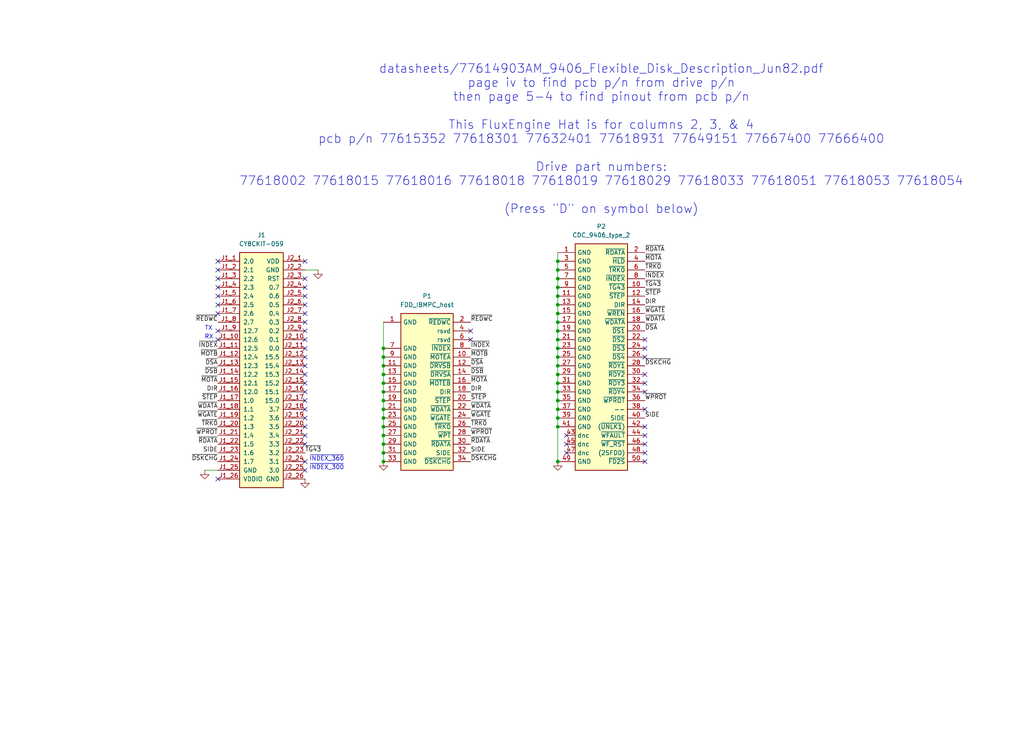
<source format=kicad_sch>
(kicad_sch (version 20231120) (generator "eeschema") (generator_version "8.0")
  (paper "User" 298.45 217.322)
  (title_block (title "FluxEngine_Hat for PC and CDC-9406 cfg 2") (date "2024-04-24") (rev "001") (company "Brian K. White - b.kenyon.w@gmail.com") (comment 1 "CC BY-SA") (comment 2 "github.com/bkw777/FluxEngine_Kit"))
  (lib_symbols
    (symbol "000_LOCAL:CY8CKIT-059" (pin_names (offset 1.016))
      (property "Reference" "J" (at 0 34.29 0))
      (property "Value" "CY8CKIT-059" (at 0 -37.084 0))
      (symbol "CY8CKIT-059_1_1"
        (rectangle (start -6.35 33.02) (end 6.35 -35.56) (stroke (width 0.254)) (fill (type background)))
        (pin passive line (at -12.7 30.48 0) (length 6.35) (name "2.0") (number "J1_1"))
        (pin passive line (at -12.7 7.62 0) (length 6.35) (name "12.6") (number "J1_10"))
        (pin passive line (at -12.7 5.08 0) (length 6.35) (name "12.5") (number "J1_11"))
        (pin passive line (at -12.7 2.54 0) (length 6.35) (name "12.4") (number "J1_12"))
        (pin passive line (at -12.7 0 0) (length 6.35) (name "12.3") (number "J1_13"))
        (pin passive line (at -12.7 -2.54 0) (length 6.35) (name "12.2") (number "J1_14"))
        (pin passive line (at -12.7 -5.08 0) (length 6.35) (name "12.1") (number "J1_15"))
        (pin passive line (at -12.7 -7.62 0) (length 6.35) (name "12.0") (number "J1_16"))
        (pin passive line (at -12.7 -10.16 0) (length 6.35) (name "1.0") (number "J1_17"))
        (pin passive line (at -12.7 -12.7 0) (length 6.35) (name "1.1") (number "J1_18"))
        (pin passive line (at -12.7 -15.24 0) (length 6.35) (name "1.2") (number "J1_19"))
        (pin passive line (at -12.7 27.94 0) (length 6.35) (name "2.1") (number "J1_2"))
        (pin passive line (at -12.7 -17.78 0) (length 6.35) (name "1.3") (number "J1_20"))
        (pin passive line (at -12.7 -20.32 0) (length 6.35) (name "1.4") (number "J1_21"))
        (pin passive line (at -12.7 -22.86 0) (length 6.35) (name "1.5") (number "J1_22"))
        (pin passive line (at -12.7 -25.4 0) (length 6.35) (name "1.6") (number "J1_23"))
        (pin passive line (at -12.7 -27.94 0) (length 6.35) (name "1.7") (number "J1_24"))
        (pin passive line (at -12.7 -30.48 0) (length 6.35) (name "GND") (number "J1_25"))
        (pin passive line (at -12.7 -33.02 0) (length 6.35) (name "VDDIO") (number "J1_26"))
        (pin passive line (at -12.7 25.4 0) (length 6.35) (name "2.2") (number "J1_3"))
        (pin passive line (at -12.7 22.86 0) (length 6.35) (name "2.3") (number "J1_4"))
        (pin passive line (at -12.7 20.32 0) (length 6.35) (name "2.4") (number "J1_5"))
        (pin passive line (at -12.7 17.78 0) (length 6.35) (name "2.5") (number "J1_6"))
        (pin passive line (at -12.7 15.24 0) (length 6.35) (name "2.6") (number "J1_7"))
        (pin passive line (at -12.7 12.7 0) (length 6.35) (name "2.7") (number "J1_8"))
        (pin passive line (at -12.7 10.16 0) (length 6.35) (name "12.7") (number "J1_9"))
        (pin passive line (at 12.7 30.48 180) (length 6.35) (name "VDD") (number "J2_1"))
        (pin passive line (at 12.7 7.62 180) (length 6.35) (name "0.1") (number "J2_10"))
        (pin passive line (at 12.7 5.08 180) (length 6.35) (name "0.0") (number "J2_11"))
        (pin passive line (at 12.7 2.54 180) (length 6.35) (name "15.5") (number "J2_12"))
        (pin passive line (at 12.7 0 180) (length 6.35) (name "15.4") (number "J2_13"))
        (pin passive line (at 12.7 -2.54 180) (length 6.35) (name "15.3") (number "J2_14"))
        (pin passive line (at 12.7 -5.08 180) (length 6.35) (name "15.2") (number "J2_15"))
        (pin passive line (at 12.7 -7.62 180) (length 6.35) (name "15.1") (number "J2_16"))
        (pin passive line (at 12.7 -10.16 180) (length 6.35) (name "15.0") (number "J2_17"))
        (pin passive line (at 12.7 -12.7 180) (length 6.35) (name "3.7") (number "J2_18"))
        (pin passive line (at 12.7 -15.24 180) (length 6.35) (name "3.6") (number "J2_19"))
        (pin passive line (at 12.7 27.94 180) (length 6.35) (name "GND") (number "J2_2"))
        (pin passive line (at 12.7 -17.78 180) (length 6.35) (name "3.5") (number "J2_20"))
        (pin passive line (at 12.7 -20.32 180) (length 6.35) (name "3.4") (number "J2_21"))
        (pin passive line (at 12.7 -22.86 180) (length 6.35) (name "3.3") (number "J2_22"))
        (pin passive line (at 12.7 -25.4 180) (length 6.35) (name "3.2") (number "J2_23"))
        (pin passive line (at 12.7 -27.94 180) (length 6.35) (name "3.1") (number "J2_24"))
        (pin passive line (at 12.7 -30.48 180) (length 6.35) (name "3.0") (number "J2_25"))
        (pin passive line (at 12.7 -33.02 180) (length 6.35) (name "GND") (number "J2_26"))
        (pin passive line (at 12.7 25.4 180) (length 6.35) (name "RST") (number "J2_3"))
        (pin passive line (at 12.7 22.86 180) (length 6.35) (name "0.7") (number "J2_4"))
        (pin passive line (at 12.7 20.32 180) (length 6.35) (name "0.6") (number "J2_5"))
        (pin passive line (at 12.7 17.78 180) (length 6.35) (name "0.5") (number "J2_6"))
        (pin passive line (at 12.7 15.24 180) (length 6.35) (name "0.4") (number "J2_7"))
        (pin passive line (at 12.7 12.7 180) (length 6.35) (name "0.3") (number "J2_8"))
        (pin passive line (at 12.7 10.16 180) (length 6.35) (name "0.2") (number "J2_9"))
      )
    )
    (symbol "000_LOCAL:FDD_CDC_9406_pinout_2" (pin_names (offset 0.635))
      (property "Reference" "J" (at 0 31.75 0))
      (property "Value" "FDD_CDC_9406_pinout_2" (at 0 -37.084 0))
      (symbol "FDD_CDC_9406_pinout_2_1_1"
        (rectangle (start -7.62 30.48) (end 7.62 -35.56) (stroke (width 0.254)) (fill (type background)))
        (pin passive line (at -12.7 27.94 0) (length 5.08) (name "GND") (number "1"))
        (pin passive line (at 12.7 17.78 180) (length 5.08) (name "~{TG43}") (number "10"))
        (pin passive line (at -12.7 15.24 0) (length 5.08) (name "GND") (number "11"))
        (pin passive line (at 12.7 15.24 180) (length 5.08) (name "~{STEP}") (number "12"))
        (pin passive line (at -12.7 12.7 0) (length 5.08) (name "GND") (number "13"))
        (pin passive line (at 12.7 12.7 180) (length 5.08) (name "DIR") (number "14"))
        (pin passive line (at -12.7 10.16 0) (length 5.08) (name "GND") (number "15"))
        (pin passive line (at 12.7 10.16 180) (length 5.08) (name "~{WREN}") (number "16"))
        (pin passive line (at -12.7 7.62 0) (length 5.08) (name "GND") (number "17"))
        (pin passive line (at 12.7 7.62 180) (length 5.08) (name "~{WDATA}") (number "18"))
        (pin passive line (at -12.7 5.08 0) (length 5.08) (name "GND") (number "19"))
        (pin passive line (at 12.7 27.94 180) (length 5.08) (name "~{RDATA}") (number "2"))
        (pin passive line (at 12.7 5.08 180) (length 5.08) (name "~{DS1}") (number "20"))
        (pin passive line (at -12.7 2.54 0) (length 5.08) (name "GND") (number "21"))
        (pin passive line (at 12.7 2.54 180) (length 5.08) (name "~{DS2}") (number "22"))
        (pin passive line (at -12.7 0 0) (length 5.08) (name "GND") (number "23"))
        (pin passive line (at 12.7 0 180) (length 5.08) (name "~{DS3}") (number "24"))
        (pin passive line (at -12.7 -2.54 0) (length 5.08) (name "GND") (number "25"))
        (pin passive line (at 12.7 -2.54 180) (length 5.08) (name "~{DS4}") (number "26"))
        (pin passive line (at -12.7 -5.08 0) (length 5.08) (name "GND") (number "27"))
        (pin passive line (at 12.7 -5.08 180) (length 5.08) (name "~{RDY1}") (number "28"))
        (pin passive line (at -12.7 -7.62 0) (length 5.08) (name "GND") (number "29"))
        (pin passive line (at -12.7 25.4 0) (length 5.08) (name "GND") (number "3"))
        (pin passive line (at 12.7 -7.62 180) (length 5.08) (name "~{RDY2}") (number "30"))
        (pin passive line (at -12.7 -10.16 0) (length 5.08) (name "GND") (number "31"))
        (pin passive line (at 12.7 -10.16 180) (length 5.08) (name "~{RDY3}") (number "32"))
        (pin passive line (at -12.7 -12.7 0) (length 5.08) (name "GND") (number "33"))
        (pin passive line (at 12.7 -12.7 180) (length 5.08) (name "~{RDY4}") (number "34"))
        (pin passive line (at -12.7 -15.24 0) (length 5.08) (name "GND") (number "35"))
        (pin passive line (at 12.7 -15.24 180) (length 5.08) (name "~{WPROT}") (number "36"))
        (pin passive line (at -12.7 -17.78 0) (length 5.08) (name "GND") (number "37"))
        (pin passive line (at 12.7 -17.78 180) (length 5.08) (name "--") (number "38"))
        (pin passive line (at -12.7 -20.32 0) (length 5.08) (name "GND") (number "39"))
        (pin passive line (at 12.7 25.4 180) (length 5.08) (name "~{HLD}") (number "4"))
        (pin passive line (at 12.7 -20.32 180) (length 5.08) (name "SIDE") (number "40"))
        (pin passive line (at -12.7 -22.86 0) (length 5.08) (name "GND") (number "41"))
        (pin passive line (at 12.7 -22.86 180) (length 5.08) (name "(~{UNLK1})") (number "42"))
        (pin passive line (at -10.16 -25.4 0) (length 2.54) (name "dnc") (number "43"))
        (pin passive line (at 12.7 -25.4 180) (length 5.08) (name "~{WFAULT}") (number "44"))
        (pin passive line (at -10.16 -27.94 0) (length 2.54) (name "dnc") (number "45"))
        (pin passive line (at 12.7 -27.94 180) (length 5.08) (name "~{WF_RST}") (number "46"))
        (pin passive line (at -10.16 -30.48 0) (length 2.54) (name "dnc") (number "47"))
        (pin passive line (at 12.7 -30.48 180) (length 5.08) (name "(2SFDD)") (number "48"))
        (pin passive line (at -12.7 -33.02 0) (length 5.08) (name "GND") (number "49"))
        (pin passive line (at -12.7 22.86 0) (length 5.08) (name "GND") (number "5"))
        (pin passive line (at 12.7 -33.02 180) (length 5.08) (name "~{FD2S}") (number "50"))
        (pin passive line (at 12.7 22.86 180) (length 5.08) (name "~{TRK0}") (number "6"))
        (pin passive line (at -12.7 20.32 0) (length 5.08) (name "GND") (number "7"))
        (pin passive line (at 12.7 20.32 180) (length 5.08) (name "~{INDEX}") (number "8"))
        (pin passive line (at -12.7 17.78 0) (length 5.08) (name "GND") (number "9"))
      )
    )
    (symbol "000_LOCAL:FDD_IBMPC_host" (pin_names (offset 0.635))
      (property "Reference" "J" (at 0 24.13 0))
      (property "Value" "FDD_IBMPC_host" (at 0 -24.13 0))
      (symbol "FDD_IBMPC_host_1_1"
        (rectangle (start -7.62 22.86) (end 7.62 -22.86) (stroke (width 0.254)) (fill (type background)))
        (pin passive line (at -12.7 20.32 0) (length 5.08) (name "GND") (number "1"))
        (pin passive line (at 12.7 10.16 180) (length 5.08) (name "~{MOTEA}") (number "10"))
        (pin passive line (at -12.7 7.62 0) (length 5.08) (name "GND") (number "11"))
        (pin passive line (at 12.7 7.62 180) (length 5.08) (name "~{DRVSB}") (number "12"))
        (pin passive line (at -12.7 5.08 0) (length 5.08) (name "GND") (number "13"))
        (pin passive line (at 12.7 5.08 180) (length 5.08) (name "~{DRVSA}") (number "14"))
        (pin passive line (at -12.7 2.54 0) (length 5.08) (name "GND") (number "15"))
        (pin passive line (at 12.7 2.54 180) (length 5.08) (name "~{MOTEB}") (number "16"))
        (pin passive line (at -12.7 0 0) (length 5.08) (name "GND") (number "17"))
        (pin passive line (at 12.7 0 180) (length 5.08) (name "DIR") (number "18"))
        (pin passive line (at -12.7 -2.54 0) (length 5.08) (name "GND") (number "19"))
        (pin passive line (at 12.7 20.32 180) (length 5.08) (name "~{REDWC}") (number "2"))
        (pin passive line (at 12.7 -2.54 180) (length 5.08) (name "~{STEP}") (number "20"))
        (pin passive line (at -12.7 -5.08 0) (length 5.08) (name "GND") (number "21"))
        (pin passive line (at 12.7 -5.08 180) (length 5.08) (name "~{WDATA}") (number "22"))
        (pin passive line (at -12.7 -7.62 0) (length 5.08) (name "GND") (number "23"))
        (pin passive line (at 12.7 -7.62 180) (length 5.08) (name "~{WGATE}") (number "24"))
        (pin passive line (at -12.7 -10.16 0) (length 5.08) (name "GND") (number "25"))
        (pin passive line (at 12.7 -10.16 180) (length 5.08) (name "~{TRK0}") (number "26"))
        (pin passive line (at -12.7 -12.7 0) (length 5.08) (name "GND") (number "27"))
        (pin passive line (at 12.7 -12.7 180) (length 5.08) (name "~{WPT}") (number "28"))
        (pin passive line (at -12.7 -15.24 0) (length 5.08) (name "GND") (number "29"))
        (pin passive line (at 12.7 -15.24 180) (length 5.08) (name "~{RDATA}") (number "30"))
        (pin passive line (at -12.7 -17.78 0) (length 5.08) (name "GND") (number "31"))
        (pin passive line (at 12.7 -17.78 180) (length 5.08) (name "SIDE") (number "32"))
        (pin passive line (at -12.7 -20.32 0) (length 5.08) (name "GND") (number "33"))
        (pin passive line (at 12.7 -20.32 180) (length 5.08) (name "~{DSKCHG}") (number "34"))
        (pin passive line (at 12.7 17.78 180) (length 5.08) (name "rsvd") (number "4"))
        (pin passive line (at 12.7 15.24 180) (length 5.08) (name "rsvd") (number "6"))
        (pin passive line (at -12.7 12.7 0) (length 5.08) (name "GND") (number "7"))
        (pin passive line (at 12.7 12.7 180) (length 5.08) (name "~{INDEX}") (number "8"))
        (pin passive line (at -12.7 10.16 0) (length 5.08) (name "GND") (number "9"))
      )
    )
    (symbol "power:GND" (power) (pin_numbers hide) (pin_names (offset 0) hide)
      (property "Value" "GND" (at 0 -3.81 0))
      (symbol "GND_0_1"
        (polyline (pts (xy 0 0) (xy 0 -1.27) (xy 1.27 -1.27) (xy 0 -2.54) (xy -1.27 -1.27) (xy 0 -1.27)))
      )
      (symbol "GND_1_1"
        (pin power_in line (at 0 0 270) (length 0) (name "~") (number "1"))
      )
    )
  )
  (junction (at 111.76 116.84))
  (junction (at 111.76 104.14))
  (junction (at 162.56 109.22))
  (junction (at 111.76 106.68))
  (junction (at 162.56 111.76))
  (junction (at 162.56 124.46))
  (junction (at 162.56 78.74))
  (junction (at 162.56 121.92))
  (junction (at 162.56 86.36))
  (junction (at 111.76 114.3))
  (junction (at 162.56 104.14))
  (junction (at 162.56 76.2))
  (junction (at 162.56 81.28))
  (junction (at 111.76 132.08))
  (junction (at 162.56 114.3))
  (junction (at 162.56 101.6))
  (junction (at 162.56 119.38))
  (junction (at 111.76 127))
  (junction (at 162.56 116.84))
  (junction (at 162.56 88.9))
  (junction (at 111.76 111.76))
  (junction (at 111.76 119.38))
  (junction (at 111.76 101.6))
  (junction (at 162.56 106.68))
  (junction (at 162.56 91.44))
  (junction (at 162.56 96.52))
  (junction (at 111.76 134.62))
  (junction (at 162.56 134.62))
  (junction (at 111.76 109.22))
  (junction (at 162.56 93.98))
  (junction (at 111.76 121.92))
  (junction (at 162.56 99.06))
  (junction (at 111.76 129.54))
  (junction (at 162.56 83.82))
  (junction (at 111.76 124.46))
  (no_connect (at 165.1 129.54))
  (no_connect (at 63.5 83.82))
  (no_connect (at 187.96 127))
  (no_connect (at 63.5 91.44))
  (no_connect (at 187.96 124.46))
  (no_connect (at 63.5 88.9))
  (no_connect (at 165.1 132.08))
  (no_connect (at 63.5 96.52))
  (no_connect (at 63.5 81.28))
  (no_connect (at 187.96 132.08))
  (no_connect (at 63.5 99.06))
  (no_connect (at 88.9 137.16))
  (no_connect (at 187.96 114.3))
  (no_connect (at 165.1 127))
  (no_connect (at 63.5 76.2))
  (no_connect (at 187.96 101.6))
  (no_connect (at 88.9 81.28))
  (no_connect (at 187.96 109.22))
  (no_connect (at 88.9 119.38))
  (no_connect (at 88.9 99.06))
  (no_connect (at 88.9 134.62))
  (no_connect (at 88.9 76.2))
  (no_connect (at 88.9 121.92))
  (no_connect (at 88.9 96.52))
  (no_connect (at 88.9 83.82))
  (no_connect (at 88.9 106.68))
  (no_connect (at 187.96 119.38))
  (no_connect (at 63.5 139.7))
  (no_connect (at 187.96 99.06))
  (no_connect (at 187.96 129.54))
  (no_connect (at 88.9 114.3))
  (no_connect (at 88.9 124.46))
  (no_connect (at 88.9 86.36))
  (no_connect (at 88.9 93.98))
  (no_connect (at 88.9 88.9))
  (no_connect (at 187.96 134.62))
  (no_connect (at 88.9 129.54))
  (no_connect (at 187.96 111.76))
  (no_connect (at 88.9 91.44))
  (no_connect (at 88.9 116.84))
  (no_connect (at 88.9 109.22))
  (no_connect (at 63.5 78.74))
  (no_connect (at 88.9 111.76))
  (no_connect (at 187.96 104.14))
  (no_connect (at 88.9 127))
  (no_connect (at 88.9 104.14))
  (no_connect (at 63.5 86.36))
  (no_connect (at 137.16 96.52))
  (no_connect (at 137.16 99.06))
  (no_connect (at 88.9 101.6))
  (wire (pts (xy 162.56 109.22) (xy 162.56 111.76)))
  (wire (pts (xy 111.76 114.3) (xy 111.76 116.84)))
  (wire (pts (xy 111.76 121.92) (xy 111.76 124.46)))
  (wire (pts (xy 88.9 78.74) (xy 92.71 78.74)))
  (wire (pts (xy 162.56 106.68) (xy 162.56 109.22)))
  (wire (pts (xy 162.56 104.14) (xy 162.56 106.68)))
  (wire (pts (xy 111.76 132.08) (xy 111.76 134.62)))
  (wire (pts (xy 162.56 101.6) (xy 162.56 104.14)))
  (wire (pts (xy 162.56 86.36) (xy 162.56 88.9)))
  (wire (pts (xy 111.76 129.54) (xy 111.76 132.08)))
  (wire (pts (xy 63.5 137.16) (xy 59.69 137.16)))
  (wire (pts (xy 162.56 119.38) (xy 162.56 121.92)))
  (wire (pts (xy 111.76 104.14) (xy 111.76 106.68)))
  (wire (pts (xy 162.56 73.66) (xy 162.56 76.2)))
  (wire (pts (xy 162.56 114.3) (xy 162.56 116.84)))
  (wire (pts (xy 111.76 109.22) (xy 111.76 111.76)))
  (wire (pts (xy 162.56 76.2) (xy 162.56 78.74)))
  (wire (pts (xy 162.56 88.9) (xy 162.56 91.44)))
  (wire (pts (xy 162.56 111.76) (xy 162.56 114.3)))
  (wire (pts (xy 111.76 101.6) (xy 111.76 104.14)))
  (wire (pts (xy 162.56 83.82) (xy 162.56 86.36)))
  (wire (pts (xy 162.56 81.28) (xy 162.56 83.82)))
  (wire (pts (xy 111.76 116.84) (xy 111.76 119.38)))
  (wire (pts (xy 111.76 119.38) (xy 111.76 121.92)))
  (wire (pts (xy 162.56 78.74) (xy 162.56 81.28)))
  (wire (pts (xy 162.56 91.44) (xy 162.56 93.98)))
  (wire (pts (xy 111.76 111.76) (xy 111.76 114.3)))
  (wire (pts (xy 162.56 121.92) (xy 162.56 124.46)))
  (wire (pts (xy 111.76 124.46) (xy 111.76 127)))
  (wire (pts (xy 162.56 93.98) (xy 162.56 96.52)))
  (wire (pts (xy 111.76 93.98) (xy 111.76 101.6)))
  (wire (pts (xy 162.56 96.52) (xy 162.56 99.06)))
  (wire (pts (xy 162.56 116.84) (xy 162.56 119.38)))
  (wire (pts (xy 162.56 99.06) (xy 162.56 101.6)))
  (wire (pts (xy 111.76 106.68) (xy 111.76 109.22)))
  (wire (pts (xy 111.76 127) (xy 111.76 129.54)))
  (wire (pts (xy 162.56 124.46) (xy 162.56 134.62)))
  (text "~{INDEX_300}" (at 90.17 137.16 0) (effects (font (size 1.2446 1.2446)) (justify left bottom)))
  (text "TX" (at 61.976 96.52 0) (effects (font (size 1.2446 1.2446)) (justify right bottom)))
  (text "datasheets/77614903AM_9406_Flexible_Disk_Description_Jun82.pdf\npage iv to find pcb p/n from drive p/n\nthen page 5-4 to find pinout from pcb p/n\n\nThis FluxEngine Hat is for columns 2, 3, & 4\npcb p/n 77615352 77618301 77632401 77618931 77649151 77667400 77666400\n\nDrive part numbers:\n77618002 77618015 77618016 77618018 77618019 77618029 77618033 77618051 77618053 77618054\n\n(Press \"D\" on symbol below)" (at 175.26 40.64 0) (effects (font (size 2.54 2.54))))
  (text "RX" (at 62.23 99.06 0) (effects (font (size 1.2446 1.2446)) (justify right bottom)))
  (text "~{INDEX_360}" (at 90.17 134.62 0) (effects (font (size 1.2446 1.2446)) (justify left bottom)))
  (label "~{WDATA}" (at 137.16 119.38 0) (effects (font (size 1.2446 1.2446))))
  (label "~{WDATA}" (at 187.96 93.98 0) (effects (font (size 1.2446 1.2446))))
  (label "~{REDWC}" (at 63.5 93.98 180) (effects (font (size 1.2446 1.2446))))
  (label "~{MOTA}" (at 137.16 111.76 0) (effects (font (size 1.2446 1.2446))))
  (label "~{DSKCHG}" (at 187.96 106.68 0) (effects (font (size 1.2446 1.2446))))
  (label "~{DSA}" (at 63.5 106.68 180) (effects (font (size 1.2446 1.2446))))
  (label "~{MOTA}" (at 187.96 76.2 0) (effects (font (size 1.2446 1.2446))))
  (label "~{TG43}" (at 187.96 83.82 0) (effects (font (size 1.2446 1.2446))))
  (label "~{WPROT}" (at 137.16 127 0) (effects (font (size 1.2446 1.2446))))
  (label "~{WGATE}" (at 137.16 121.92 0) (effects (font (size 1.2446 1.2446))))
  (label "~{WPROT}" (at 63.5 127 180) (effects (font (size 1.2446 1.2446))))
  (label "~{MOTA}" (at 63.5 111.76 180) (effects (font (size 1.2446 1.2446))))
  (label "~{REDWC}" (at 137.16 93.98 0) (effects (font (size 1.2446 1.2446))))
  (label "SIDE" (at 137.16 132.08 0) (effects (font (size 1.2446 1.2446))))
  (label "~{WDATA}" (at 63.5 119.38 180) (effects (font (size 1.2446 1.2446))))
  (label "~{TRK0}" (at 137.16 124.46 0) (effects (font (size 1.2446 1.2446))))
  (label "~{WPROT}" (at 187.96 116.84 0) (effects (font (size 1.2446 1.2446))))
  (label "~{RDATA}" (at 137.16 129.54 0) (effects (font (size 1.2446 1.2446))))
  (label "~{WGATE}" (at 187.96 91.44 0) (effects (font (size 1.2446 1.2446))))
  (label "~{INDEX}" (at 187.96 81.28 0) (effects (font (size 1.2446 1.2446))))
  (label "~{STEP}" (at 137.16 116.84 0) (effects (font (size 1.2446 1.2446))))
  (label "~{TRK0}" (at 187.96 78.74 0) (effects (font (size 1.2446 1.2446))))
  (label "~{DSKCHG}" (at 63.5 134.62 180) (effects (font (size 1.2446 1.2446))))
  (label "~{STEP}" (at 63.5 116.84 180) (effects (font (size 1.2446 1.2446))))
  (label "SIDE" (at 63.5 132.08 180) (effects (font (size 1.2446 1.2446))))
  (label "~{DSKCHG}" (at 137.16 134.62 0) (effects (font (size 1.2446 1.2446))))
  (label "~{TRK0}" (at 63.5 124.46 180) (effects (font (size 1.2446 1.2446))))
  (label "~{RDATA}" (at 187.96 73.66 0) (effects (font (size 1.2446 1.2446))))
  (label "~{STEP}" (at 187.96 86.36 0) (effects (font (size 1.2446 1.2446))))
  (label "SIDE" (at 187.96 121.92 0) (effects (font (size 1.2446 1.2446))))
  (label "~{DSB}" (at 137.16 109.22 0) (effects (font (size 1.2446 1.2446))))
  (label "~{DSA}" (at 137.16 106.68 0) (effects (font (size 1.2446 1.2446))))
  (label "~{INDEX}" (at 137.16 101.6 0) (effects (font (size 1.2446 1.2446))))
  (label "DIR" (at 63.5 114.3 180) (effects (font (size 1.2446 1.2446))))
  (label "~{MOTB}" (at 63.5 104.14 180) (effects (font (size 1.2446 1.2446))))
  (label "~{WGATE}" (at 63.5 121.92 180) (effects (font (size 1.2446 1.2446))))
  (label "~{DSA}" (at 187.96 96.52 0) (effects (font (size 1.2446 1.2446))))
  (label "~{TG43}" (at 88.9 132.08 0) (effects (font (size 1.2446 1.2446))))
  (label "~{RDATA}" (at 63.5 129.54 180) (effects (font (size 1.2446 1.2446))))
  (label "DIR" (at 137.16 114.3 0) (effects (font (size 1.2446 1.2446))))
  (label "~{DSB}" (at 63.5 109.22 180) (effects (font (size 1.2446 1.2446))))
  (label "DIR" (at 187.96 88.9 0) (effects (font (size 1.2446 1.2446))))
  (label "~{INDEX}" (at 63.5 101.6 180) (effects (font (size 1.2446 1.2446))))
  (label "~{MOTB}" (at 137.16 104.14 0) (effects (font (size 1.2446 1.2446))))
  (symbol (lib_id "000_LOCAL:FDD_CDC_9406_pinout_2") (at 175.26 101.6 0) (unit 1)
    (property "Reference" "P2" (at 175.26 66.04 0))
    (property "Value" "CDC_9406_type_2" (at 175.26 68.58 0))
    (property "Footprint" "000_LOCAL:IDC-Header_2x25_P2.54mm_Latch_Vertical" (effects (hide yes)))
    (property "Datasheet" "datasheets/77614903AM_9406_Flexible_Disk_Description_Jun82" (effects (hide yes)))
    (property "Description" "Control Data 9406 floppy drive, pin cfg 2,3,4, pcb# 77615352 77618301 77632401 77618931 77649151 77667400 7766400" (effects (hide yes)))
  )
  (symbol (lib_id "power:GND") (at 88.9 139.7 0) (unit 1)
    (property "Reference" "#PWR06" (effects (hide yes)))
    (property "Value" "GND" (effects (hide yes)))
    (property "Description" "Power symbol creates a global label with name \"GND\" , ground" (effects (hide yes)))
  )
  (symbol (lib_id "000_LOCAL:CY8CKIT-059") (at 76.2 106.68 0) (unit 1)
    (property "Reference" "J1" (at 76.2 68.58 0))
    (property "Value" "CY8CKIT-059" (at 76.2 71.12 0))
    (property "Footprint" "000_LOCAL:CY8CKIT-059 dry fit" (effects (hide yes)))
    (property "Datasheet" "datasheets/CY8CKIT-059.pdf" (effects (hide yes)))
    (property "Description" "Infineon Cypress CY8CKIT-059 Arm & CPLD eval board " (effects (hide yes)))
  )
  (symbol (lib_id "000_LOCAL:FDD_IBMPC_host") (at 124.46 114.3 0) (unit 1)
    (property "Reference" "P1" (at 124.46 86.36 0))
    (property "Value" "FDD_IBMPC_host" (at 124.46 88.9 0))
    (property "Footprint" "000_LOCAL:IDC-Header_2x17_P2.54mm_Latch_Vertical - FDD" (effects (hide yes)))
    (property "Datasheet" "datasheets/86130342114345E1LF.pdf" (effects (hide yes)))
    (property "Description" "34-pin IBM PC floppy drive interface, host-side, pins 3 & 5 removed" (effects (hide yes)))
  )
  (symbol (lib_id "power:GND") (at 92.71 78.74 0) (mirror y) (unit 1)
    (property "Reference" "#PWR08" (effects (hide yes)))
    (property "Value" "GND" (effects (hide yes)))
    (property "Description" "Power symbol creates a global label with name \"GND\" , ground" (effects (hide yes)))
  )
  (symbol (lib_id "power:GND") (at 111.76 134.62 0) (unit 1)
    (property "Reference" "#PWR07" (effects (hide yes)))
    (property "Value" "GND" (effects (hide yes)))
    (property "Description" "Power symbol creates a global label with name \"GND\" , ground" (effects (hide yes)))
  )
  (symbol (lib_id "power:GND") (at 162.56 134.62 0) (unit 1)
    (property "Reference" "#PWR02" (effects (hide yes)))
    (property "Value" "GND" (effects (hide yes)))
    (property "Description" "Power symbol creates a global label with name \"GND\" , ground" (effects (hide yes)))
  )
  (symbol (lib_id "power:GND") (at 59.69 137.16 0) (mirror y) (unit 1)
    (property "Reference" "#PWR04" (effects (hide yes)))
    (property "Value" "GND" (effects (hide yes)))
    (property "Description" "Power symbol creates a global label with name \"GND\" , ground" (effects (hide yes)))
  )
)
</source>
